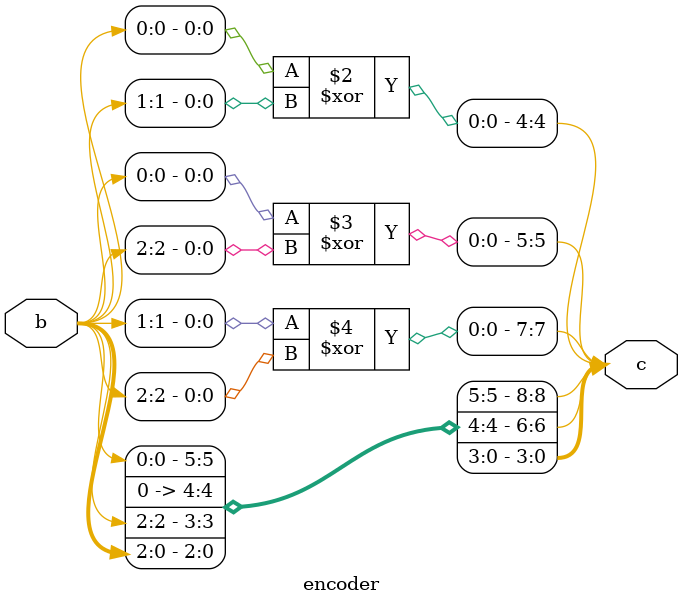
<source format=v>
module encoder (b,c);
	output [8:0] c;

	input [2:0] b;

	reg [8:0] c;

	always @(b)
	begin
		c[0] = b[0];
		c[1] = b[1];
		c[2] = b[2];
		c[3] = b[2];
		c[4] = b[0] ^ b[1];
		c[5] = b[0] ^ b[2];
		c[6] = 1'b0;
		c[7] = b[1] ^ b[2];
		c[8] = b[0];
	end
endmodule

</source>
